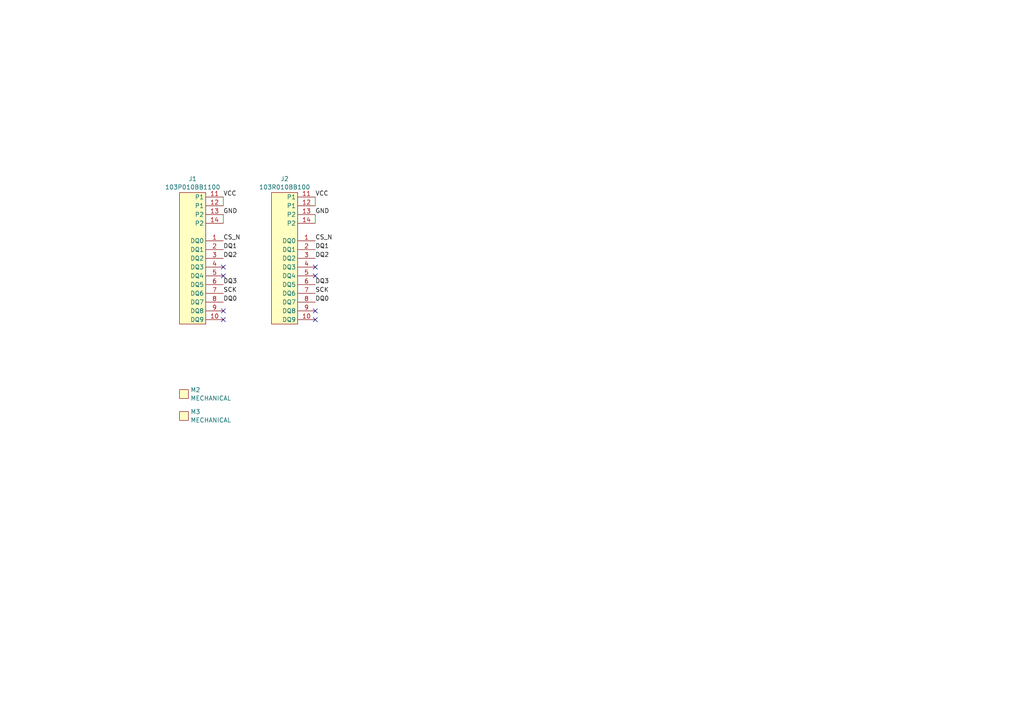
<source format=kicad_sch>
(kicad_sch (version 20231120) (generator "eeschema") (generator_version "8.0")
  (paper "A4")
  (lib_symbols
    (symbol "special-azonenberg:CONN_AMPHENOL_103P010BB100_PWRIN"
      (property "Reference" "J" (at 0 -1.27 0))
      (symbol "CONN_AMPHENOL_103P010BB100_PWRIN_1_1"
        (rectangle (start 7.62 38.1) (end 0 0) (fill (type background)))
        (pin power_in line (at -5.08 24.13 0) (length 5.08) (name "DQ0") (number "1"))
        (pin power_in line (at -5.08 1.27 0) (length 5.08) (name "DQ9") (number "10"))
        (pin power_in line (at -5.08 36.83 0) (length 5.08) (name "P1") (number "11"))
        (pin power_in line (at -5.08 34.29 0) (length 5.08) (name "P1") (number "12"))
        (pin power_in line (at -5.08 31.75 0) (length 5.08) (name "P2") (number "13"))
        (pin power_in line (at -5.08 29.21 0) (length 5.08) (name "P2") (number "14"))
        (pin power_in line (at -5.08 21.59 0) (length 5.08) (name "DQ1") (number "2"))
        (pin power_in line (at -5.08 19.05 0) (length 5.08) (name "DQ2") (number "3"))
        (pin power_in line (at -5.08 16.51 0) (length 5.08) (name "DQ3") (number "4"))
        (pin power_in line (at -5.08 13.97 0) (length 5.08) (name "DQ4") (number "5"))
        (pin power_in line (at -5.08 11.43 0) (length 5.08) (name "DQ5") (number "6"))
        (pin power_in line (at -5.08 8.89 0) (length 5.08) (name "DQ6") (number "7"))
        (pin power_in line (at -5.08 6.35 0) (length 5.08) (name "DQ7") (number "8"))
        (pin power_in line (at -5.08 3.81 0) (length 5.08) (name "DQ8") (number "9"))
      )
    )
    (symbol "special-azonenberg:CONN_AMPHENOL_103R010BB100_PWROUT"
      (property "Reference" "J" (at 0 -3.048 0))
      (property "Value" "103R010BB100" (at 0 -1.27 0))
      (symbol "CONN_AMPHENOL_103R010BB100_PWROUT_1_1"
        (rectangle (start 0 38.1) (end 7.62 0) (fill (type background)))
        (pin bidirectional line (at -5.08 24.13 0) (length 5.08) (name "DQ0") (number "1"))
        (pin bidirectional line (at -5.08 1.27 0) (length 5.08) (name "DQ9") (number "10"))
        (pin power_out line (at -5.08 36.83 0) (length 5.08) (name "P1") (number "11"))
        (pin power_in line (at -5.08 34.29 0) (length 5.08) (name "P1") (number "12"))
        (pin power_out line (at -5.08 31.75 0) (length 5.08) (name "P2") (number "13"))
        (pin power_in line (at -5.08 29.21 0) (length 5.08) (name "P2") (number "14"))
        (pin bidirectional line (at -5.08 21.59 0) (length 5.08) (name "DQ1") (number "2"))
        (pin bidirectional line (at -5.08 19.05 0) (length 5.08) (name "DQ2") (number "3"))
        (pin bidirectional line (at -5.08 16.51 0) (length 5.08) (name "DQ3") (number "4"))
        (pin bidirectional line (at -5.08 13.97 0) (length 5.08) (name "DQ4") (number "5"))
        (pin bidirectional line (at -5.08 11.43 0) (length 5.08) (name "DQ5") (number "6"))
        (pin bidirectional line (at -5.08 8.89 0) (length 5.08) (name "DQ6") (number "7"))
        (pin bidirectional line (at -5.08 6.35 0) (length 5.08) (name "DQ7") (number "8"))
        (pin bidirectional line (at -5.08 3.81 0) (length 5.08) (name "DQ8") (number "9"))
      )
    )
    (symbol "special-azonenberg:MECHANICAL" (pin_names (offset 1.016))
      (property "Reference" "M" (at 0 -2.54 0))
      (property "Value" "MECHANICAL" (at 0 -5.08 0))
      (symbol "MECHANICAL_0_1"
        (rectangle (start 0 1.27) (end 2.54 -1.27) (fill (type background)))
      )
    )
  )
  (no_connect (at 64.77 77.47))
  (no_connect (at 91.44 77.47))
  (no_connect (at 64.77 80.01))
  (no_connect (at 91.44 90.17))
  (no_connect (at 64.77 90.17))
  (no_connect (at 91.44 80.01))
  (no_connect (at 91.44 92.71))
  (no_connect (at 64.77 92.71))
  (wire (pts (xy 91.44 57.15) (xy 91.44 59.69)))
  (wire (pts (xy 91.44 62.23) (xy 91.44 64.77)))
  (wire (pts (xy 64.77 62.23) (xy 64.77 64.77)))
  (wire (pts (xy 64.77 57.15) (xy 64.77 59.69)))
  (label "SCK" (at 91.44 85.09 0))
  (label "DQ3" (at 64.77 82.55 0))
  (label "DQ2" (at 91.44 74.93 0))
  (label "DQ2" (at 64.77 74.93 0))
  (label "DQ1" (at 91.44 72.39 0))
  (label "CS_N" (at 91.44 69.85 0))
  (label "GND" (at 64.77 62.23 0))
  (label "GND" (at 91.44 62.23 0))
  (label "DQ3" (at 91.44 82.55 0))
  (label "SCK" (at 64.77 85.09 0))
  (label "DQ0" (at 64.77 87.63 0))
  (label "DQ1" (at 64.77 72.39 0))
  (label "CS_N" (at 64.77 69.85 0))
  (label "VCC" (at 64.77 57.15 0))
  (label "VCC" (at 91.44 57.15 0))
  (label "DQ0" (at 91.44 87.63 0))
  (symbol (lib_id "special-azonenberg:MECHANICAL") (at 52.07 120.65 0) (unit 1)
    (property "Reference" "M3" (at 55.245 119.4378 0) (effects (justify left)))
    (property "Value" "MECHANICAL" (at 55.245 121.8621 0) (effects (justify left)))
    (property "Footprint" "w_logo:Logo_silk_OSHW_6x6mm" (effects (hide yes)))
  )
  (symbol (lib_id "special-azonenberg:CONN_AMPHENOL_103P010BB100_PWRIN") (at 59.69 93.98 0) (mirror y) (unit 1)
    (property "Reference" "J1" (at 55.88 51.8625 0))
    (property "Value" "103P010BB1100" (at 55.88 54.2868 0))
    (property "Footprint" "azonenberg_pcb:CONN_AMPHENOL_103P010BB100" (effects (hide yes)))
  )
  (symbol (lib_id "special-azonenberg:MECHANICAL") (at 52.07 114.3 0) (unit 1)
    (property "Reference" "M2" (at 55.245 113.0878 0) (effects (justify left)))
    (property "Value" "MECHANICAL" (at 55.245 115.5121 0) (effects (justify left)))
    (property "Footprint" "w_logo:Logo_silk_ROHS_5x2.8mm" (effects (hide yes)))
  )
  (symbol (lib_id "special-azonenberg:CONN_AMPHENOL_103R010BB100_PWROUT") (at 86.36 93.98 0) (mirror y) (unit 1)
    (property "Reference" "J2" (at 82.55 51.8625 0))
    (property "Value" "103R010BB100" (at 82.55 54.2868 0))
    (property "Footprint" "azonenberg_pcb:CONN_AMPHENOL_103R010BB100" (effects (hide yes)))
  )
)
</source>
